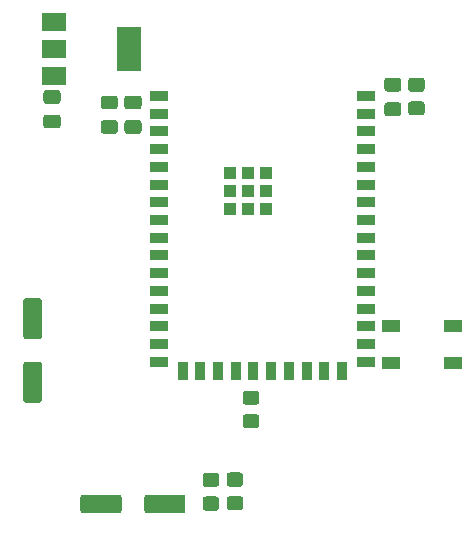
<source format=gtp>
G04 #@! TF.GenerationSoftware,KiCad,Pcbnew,(5.1.9)-1*
G04 #@! TF.CreationDate,2021-05-18T22:54:22-05:00*
G04 #@! TF.ProjectId,DevMagneticEncoders,4465764d-6167-46e6-9574-6963456e636f,rev?*
G04 #@! TF.SameCoordinates,Original*
G04 #@! TF.FileFunction,Paste,Top*
G04 #@! TF.FilePolarity,Positive*
%FSLAX46Y46*%
G04 Gerber Fmt 4.6, Leading zero omitted, Abs format (unit mm)*
G04 Created by KiCad (PCBNEW (5.1.9)-1) date 2021-05-18 22:54:22*
%MOMM*%
%LPD*%
G01*
G04 APERTURE LIST*
%ADD10R,1.550000X1.000000*%
%ADD11R,1.100000X1.100000*%
%ADD12R,1.500000X0.900000*%
%ADD13R,0.900000X1.500000*%
%ADD14R,2.000000X1.500000*%
%ADD15R,2.000000X3.800000*%
G04 APERTURE END LIST*
D10*
X109375000Y-88600000D03*
X114625000Y-88600000D03*
X114625000Y-85400000D03*
X109375000Y-85400000D03*
D11*
X98760000Y-75500000D03*
X97260000Y-75500000D03*
X95760000Y-75500000D03*
X95760000Y-74000000D03*
X95760000Y-72500000D03*
X97260000Y-72500000D03*
X98760000Y-72500000D03*
X98760000Y-74000000D03*
X97260000Y-74000000D03*
D12*
X107200000Y-65950000D03*
X107200000Y-67450000D03*
X107200000Y-68950000D03*
X107200000Y-70450000D03*
X107200000Y-71950000D03*
X107200000Y-73450000D03*
X107200000Y-74950000D03*
X107200000Y-76450000D03*
X107200000Y-77950000D03*
X107200000Y-79450000D03*
X107200000Y-80950000D03*
X107200000Y-82450000D03*
X107200000Y-83950000D03*
X107200000Y-85450000D03*
X107200000Y-86950000D03*
X107200000Y-88450000D03*
D13*
X105200000Y-89200000D03*
X103700000Y-89200000D03*
X102200000Y-89200000D03*
X100700000Y-89200000D03*
X99200000Y-89200000D03*
X97700000Y-89200000D03*
X96200000Y-89200000D03*
X94700000Y-89200000D03*
X93200000Y-89200000D03*
X91700000Y-89200000D03*
D12*
X89700000Y-65950000D03*
X89700000Y-67450000D03*
X89700000Y-68950000D03*
X89700000Y-70450000D03*
X89700000Y-71950000D03*
X89700000Y-73450000D03*
X89700000Y-74950000D03*
X89700000Y-76450000D03*
X89700000Y-77950000D03*
X89700000Y-79450000D03*
X89700000Y-80950000D03*
X89700000Y-82450000D03*
X89700000Y-83950000D03*
X89700000Y-85450000D03*
X89700000Y-86950000D03*
X89700000Y-88450000D03*
D14*
X80850000Y-59700000D03*
X80850000Y-64300000D03*
X80850000Y-62000000D03*
D15*
X87150000Y-62000000D03*
G36*
G01*
X97950001Y-92100000D02*
X97049999Y-92100000D01*
G75*
G02*
X96800000Y-91850001I0J249999D01*
G01*
X96800000Y-91149999D01*
G75*
G02*
X97049999Y-90900000I249999J0D01*
G01*
X97950001Y-90900000D01*
G75*
G02*
X98200000Y-91149999I0J-249999D01*
G01*
X98200000Y-91850001D01*
G75*
G02*
X97950001Y-92100000I-249999J0D01*
G01*
G37*
G36*
G01*
X97950001Y-94100000D02*
X97049999Y-94100000D01*
G75*
G02*
X96800000Y-93850001I0J249999D01*
G01*
X96800000Y-93149999D01*
G75*
G02*
X97049999Y-92900000I249999J0D01*
G01*
X97950001Y-92900000D01*
G75*
G02*
X98200000Y-93149999I0J-249999D01*
G01*
X98200000Y-93850001D01*
G75*
G02*
X97950001Y-94100000I-249999J0D01*
G01*
G37*
G36*
G01*
X111049999Y-66400000D02*
X111950001Y-66400000D01*
G75*
G02*
X112200000Y-66649999I0J-249999D01*
G01*
X112200000Y-67350001D01*
G75*
G02*
X111950001Y-67600000I-249999J0D01*
G01*
X111049999Y-67600000D01*
G75*
G02*
X110800000Y-67350001I0J249999D01*
G01*
X110800000Y-66649999D01*
G75*
G02*
X111049999Y-66400000I249999J0D01*
G01*
G37*
G36*
G01*
X111049999Y-64400000D02*
X111950001Y-64400000D01*
G75*
G02*
X112200000Y-64649999I0J-249999D01*
G01*
X112200000Y-65350001D01*
G75*
G02*
X111950001Y-65600000I-249999J0D01*
G01*
X111049999Y-65600000D01*
G75*
G02*
X110800000Y-65350001I0J249999D01*
G01*
X110800000Y-64649999D01*
G75*
G02*
X111049999Y-64400000I249999J0D01*
G01*
G37*
G36*
G01*
X95688999Y-99825000D02*
X96589001Y-99825000D01*
G75*
G02*
X96839000Y-100074999I0J-249999D01*
G01*
X96839000Y-100775001D01*
G75*
G02*
X96589001Y-101025000I-249999J0D01*
G01*
X95688999Y-101025000D01*
G75*
G02*
X95439000Y-100775001I0J249999D01*
G01*
X95439000Y-100074999D01*
G75*
G02*
X95688999Y-99825000I249999J0D01*
G01*
G37*
G36*
G01*
X95688999Y-97825000D02*
X96589001Y-97825000D01*
G75*
G02*
X96839000Y-98074999I0J-249999D01*
G01*
X96839000Y-98775001D01*
G75*
G02*
X96589001Y-99025000I-249999J0D01*
G01*
X95688999Y-99025000D01*
G75*
G02*
X95439000Y-98775001I0J249999D01*
G01*
X95439000Y-98074999D01*
G75*
G02*
X95688999Y-97825000I249999J0D01*
G01*
G37*
G36*
G01*
X94557001Y-99057000D02*
X93656999Y-99057000D01*
G75*
G02*
X93407000Y-98807001I0J249999D01*
G01*
X93407000Y-98106999D01*
G75*
G02*
X93656999Y-97857000I249999J0D01*
G01*
X94557001Y-97857000D01*
G75*
G02*
X94807000Y-98106999I0J-249999D01*
G01*
X94807000Y-98807001D01*
G75*
G02*
X94557001Y-99057000I-249999J0D01*
G01*
G37*
G36*
G01*
X94557001Y-101057000D02*
X93656999Y-101057000D01*
G75*
G02*
X93407000Y-100807001I0J249999D01*
G01*
X93407000Y-100106999D01*
G75*
G02*
X93656999Y-99857000I249999J0D01*
G01*
X94557001Y-99857000D01*
G75*
G02*
X94807000Y-100106999I0J-249999D01*
G01*
X94807000Y-100807001D01*
G75*
G02*
X94557001Y-101057000I-249999J0D01*
G01*
G37*
G36*
G01*
X109975000Y-65587500D02*
X109025000Y-65587500D01*
G75*
G02*
X108775000Y-65337500I0J250000D01*
G01*
X108775000Y-64662500D01*
G75*
G02*
X109025000Y-64412500I250000J0D01*
G01*
X109975000Y-64412500D01*
G75*
G02*
X110225000Y-64662500I0J-250000D01*
G01*
X110225000Y-65337500D01*
G75*
G02*
X109975000Y-65587500I-250000J0D01*
G01*
G37*
G36*
G01*
X109975000Y-67662500D02*
X109025000Y-67662500D01*
G75*
G02*
X108775000Y-67412500I0J250000D01*
G01*
X108775000Y-66737500D01*
G75*
G02*
X109025000Y-66487500I250000J0D01*
G01*
X109975000Y-66487500D01*
G75*
G02*
X110225000Y-66737500I0J-250000D01*
G01*
X110225000Y-67412500D01*
G75*
G02*
X109975000Y-67662500I-250000J0D01*
G01*
G37*
G36*
G01*
X85975000Y-67087500D02*
X85025000Y-67087500D01*
G75*
G02*
X84775000Y-66837500I0J250000D01*
G01*
X84775000Y-66162500D01*
G75*
G02*
X85025000Y-65912500I250000J0D01*
G01*
X85975000Y-65912500D01*
G75*
G02*
X86225000Y-66162500I0J-250000D01*
G01*
X86225000Y-66837500D01*
G75*
G02*
X85975000Y-67087500I-250000J0D01*
G01*
G37*
G36*
G01*
X85975000Y-69162500D02*
X85025000Y-69162500D01*
G75*
G02*
X84775000Y-68912500I0J250000D01*
G01*
X84775000Y-68237500D01*
G75*
G02*
X85025000Y-67987500I250000J0D01*
G01*
X85975000Y-67987500D01*
G75*
G02*
X86225000Y-68237500I0J-250000D01*
G01*
X86225000Y-68912500D01*
G75*
G02*
X85975000Y-69162500I-250000J0D01*
G01*
G37*
G36*
G01*
X79550000Y-86550000D02*
X78450000Y-86550000D01*
G75*
G02*
X78200000Y-86300000I0J250000D01*
G01*
X78200000Y-83300000D01*
G75*
G02*
X78450000Y-83050000I250000J0D01*
G01*
X79550000Y-83050000D01*
G75*
G02*
X79800000Y-83300000I0J-250000D01*
G01*
X79800000Y-86300000D01*
G75*
G02*
X79550000Y-86550000I-250000J0D01*
G01*
G37*
G36*
G01*
X79550000Y-91950000D02*
X78450000Y-91950000D01*
G75*
G02*
X78200000Y-91700000I0J250000D01*
G01*
X78200000Y-88700000D01*
G75*
G02*
X78450000Y-88450000I250000J0D01*
G01*
X79550000Y-88450000D01*
G75*
G02*
X79800000Y-88700000I0J-250000D01*
G01*
X79800000Y-91700000D01*
G75*
G02*
X79550000Y-91950000I-250000J0D01*
G01*
G37*
G36*
G01*
X86550000Y-99950000D02*
X86550000Y-101050000D01*
G75*
G02*
X86300000Y-101300000I-250000J0D01*
G01*
X83300000Y-101300000D01*
G75*
G02*
X83050000Y-101050000I0J250000D01*
G01*
X83050000Y-99950000D01*
G75*
G02*
X83300000Y-99700000I250000J0D01*
G01*
X86300000Y-99700000D01*
G75*
G02*
X86550000Y-99950000I0J-250000D01*
G01*
G37*
G36*
G01*
X91950000Y-99950000D02*
X91950000Y-101050000D01*
G75*
G02*
X91700000Y-101300000I-250000J0D01*
G01*
X88700000Y-101300000D01*
G75*
G02*
X88450000Y-101050000I0J250000D01*
G01*
X88450000Y-99950000D01*
G75*
G02*
X88700000Y-99700000I250000J0D01*
G01*
X91700000Y-99700000D01*
G75*
G02*
X91950000Y-99950000I0J-250000D01*
G01*
G37*
G36*
G01*
X87975000Y-67087500D02*
X87025000Y-67087500D01*
G75*
G02*
X86775000Y-66837500I0J250000D01*
G01*
X86775000Y-66162500D01*
G75*
G02*
X87025000Y-65912500I250000J0D01*
G01*
X87975000Y-65912500D01*
G75*
G02*
X88225000Y-66162500I0J-250000D01*
G01*
X88225000Y-66837500D01*
G75*
G02*
X87975000Y-67087500I-250000J0D01*
G01*
G37*
G36*
G01*
X87975000Y-69162500D02*
X87025000Y-69162500D01*
G75*
G02*
X86775000Y-68912500I0J250000D01*
G01*
X86775000Y-68237500D01*
G75*
G02*
X87025000Y-67987500I250000J0D01*
G01*
X87975000Y-67987500D01*
G75*
G02*
X88225000Y-68237500I0J-250000D01*
G01*
X88225000Y-68912500D01*
G75*
G02*
X87975000Y-69162500I-250000J0D01*
G01*
G37*
G36*
G01*
X80170000Y-67527500D02*
X81120000Y-67527500D01*
G75*
G02*
X81370000Y-67777500I0J-250000D01*
G01*
X81370000Y-68452500D01*
G75*
G02*
X81120000Y-68702500I-250000J0D01*
G01*
X80170000Y-68702500D01*
G75*
G02*
X79920000Y-68452500I0J250000D01*
G01*
X79920000Y-67777500D01*
G75*
G02*
X80170000Y-67527500I250000J0D01*
G01*
G37*
G36*
G01*
X80170000Y-65452500D02*
X81120000Y-65452500D01*
G75*
G02*
X81370000Y-65702500I0J-250000D01*
G01*
X81370000Y-66377500D01*
G75*
G02*
X81120000Y-66627500I-250000J0D01*
G01*
X80170000Y-66627500D01*
G75*
G02*
X79920000Y-66377500I0J250000D01*
G01*
X79920000Y-65702500D01*
G75*
G02*
X80170000Y-65452500I250000J0D01*
G01*
G37*
M02*

</source>
